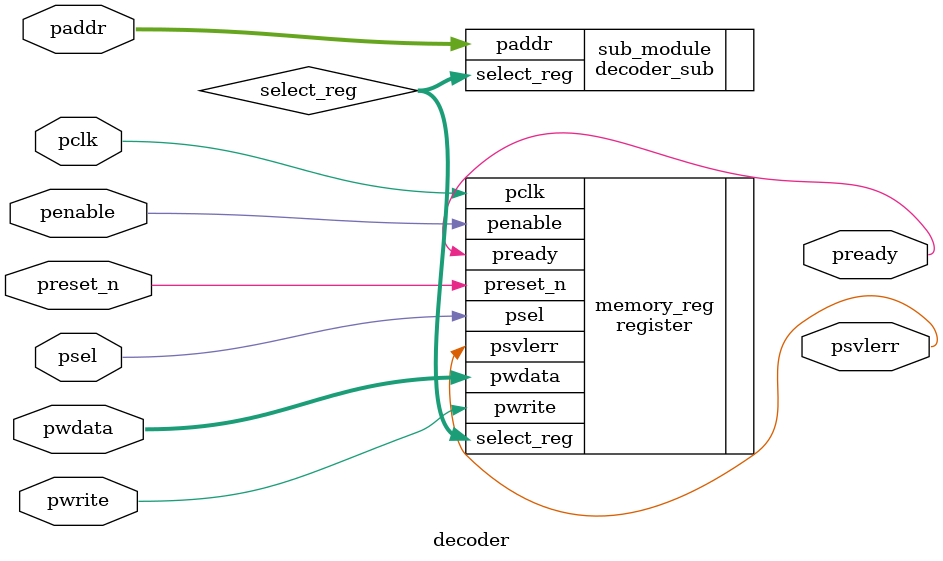
<source format=v>
module decoder (
	input pclk,
	input preset_n,
	input psel,
	input penable,
	input pwrite,
	input [7:0] paddr, pwdata,
	output pready,
	output psvlerr);
// INTERNAL CONNECTION //
	wire [7:0] select_reg;
	// reg ready_reg;
	// reg svlerr_reg;
//---------------------------------------------------------------//

//------------------------DECODER SUB----------------------------//
	decoder_sub sub_module(.paddr(paddr), .select_reg(select_reg));
// => return one hot code for memory register                   //
//--------------------------------------------------------------//
// REGSITOR //

	register memory_reg(
		.pclk(pclk),
		.preset_n(preset_n),
		.psel(psel),
		.penable(penable),
		.pwrite(pwrite),
		.select_reg(select_reg),
		.pwdata(pwdata),
		.pready(pready),
		.psvlerr(psvlerr));

//================================================================//
	// assign pready = ready_reg;
	// assign psvlerr = svlerr_reg;
//  done  //

endmodule
</source>
